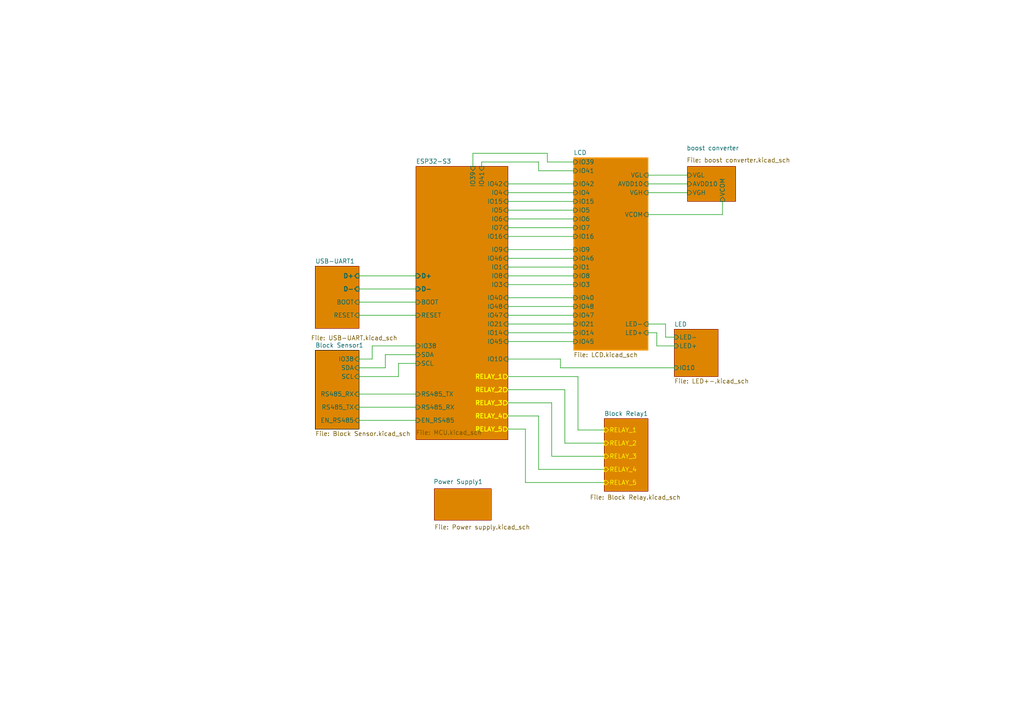
<source format=kicad_sch>
(kicad_sch
	(version 20231120)
	(generator "eeschema")
	(generator_version "8.0")
	(uuid "23b593ea-c141-4a1e-84a3-dae13e1e82b7")
	(paper "A4")
	(lib_symbols)
	(wire
		(pts
			(xy 156.21 49.53) (xy 166.37 49.53)
		)
		(stroke
			(width 0)
			(type default)
		)
		(uuid "0c3c168f-cbac-4732-8a68-520d88bdd31e")
	)
	(wire
		(pts
			(xy 162.56 104.14) (xy 147.32 104.14)
		)
		(stroke
			(width 0)
			(type default)
		)
		(uuid "0fc33e29-0fbb-420c-805b-a6702a0a9299")
	)
	(wire
		(pts
			(xy 147.32 68.58) (xy 166.37 68.58)
		)
		(stroke
			(width 0)
			(type default)
		)
		(uuid "144130e9-7449-4149-9af2-e7d7a5c6f79b")
	)
	(wire
		(pts
			(xy 160.02 132.334) (xy 175.26 132.334)
		)
		(stroke
			(width 0)
			(type default)
		)
		(uuid "17877917-ad81-4526-83c7-f0edfcce54c6")
	)
	(wire
		(pts
			(xy 156.21 46.99) (xy 156.21 49.53)
		)
		(stroke
			(width 0)
			(type default)
		)
		(uuid "1c7cb73f-eac2-4e36-8b60-7ba5854dbab4")
	)
	(wire
		(pts
			(xy 104.14 114.3) (xy 120.65 114.3)
		)
		(stroke
			(width 0)
			(type default)
		)
		(uuid "1ed098b7-07c8-44b4-99d6-de96e7a04a81")
	)
	(wire
		(pts
			(xy 104.14 80.01) (xy 120.65 80.01)
		)
		(stroke
			(width 0)
			(type default)
		)
		(uuid "2241b04c-bd93-4741-adc6-91f91cfba8fd")
	)
	(wire
		(pts
			(xy 137.16 48.26) (xy 137.16 44.45)
		)
		(stroke
			(width 0)
			(type default)
		)
		(uuid "23e5bcf6-1cfc-4c03-a106-8f9fd112d69d")
	)
	(wire
		(pts
			(xy 147.32 93.98) (xy 166.37 93.98)
		)
		(stroke
			(width 0)
			(type default)
		)
		(uuid "2506cb12-3a38-47b2-a744-3803278164b9")
	)
	(wire
		(pts
			(xy 147.32 96.52) (xy 166.37 96.52)
		)
		(stroke
			(width 0)
			(type default)
		)
		(uuid "2acbb2b3-7b11-4e4e-95b4-3e6e59641f2e")
	)
	(wire
		(pts
			(xy 152.4 124.46) (xy 152.4 139.954)
		)
		(stroke
			(width 0)
			(type default)
		)
		(uuid "2d880a40-9dd7-4afc-874a-e346515d49fe")
	)
	(wire
		(pts
			(xy 147.32 86.36) (xy 166.37 86.36)
		)
		(stroke
			(width 0)
			(type default)
		)
		(uuid "2f0f5e1d-d2e6-403c-b151-bb6a2ba2c571")
	)
	(wire
		(pts
			(xy 147.32 109.22) (xy 167.64 109.22)
		)
		(stroke
			(width 0)
			(type default)
		)
		(uuid "2fe452b1-6181-44a9-a2f6-69fdd7947cc0")
	)
	(wire
		(pts
			(xy 156.21 136.144) (xy 175.26 136.144)
		)
		(stroke
			(width 0)
			(type default)
		)
		(uuid "35a6ce50-64ac-4080-80b3-9b481b1cd2ea")
	)
	(wire
		(pts
			(xy 147.32 124.46) (xy 152.4 124.46)
		)
		(stroke
			(width 0)
			(type default)
		)
		(uuid "35e8cf97-2423-4e77-bb82-65251167d8c0")
	)
	(wire
		(pts
			(xy 137.16 44.45) (xy 158.75 44.45)
		)
		(stroke
			(width 0)
			(type default)
		)
		(uuid "38bfe801-8732-4fca-a7c6-086b1e36bebb")
	)
	(wire
		(pts
			(xy 147.32 99.06) (xy 166.37 99.06)
		)
		(stroke
			(width 0)
			(type default)
		)
		(uuid "3b0d2dd3-405b-4f64-b0fd-394a8f90067e")
	)
	(wire
		(pts
			(xy 193.04 97.79) (xy 193.04 93.98)
		)
		(stroke
			(width 0)
			(type default)
		)
		(uuid "3e6aec20-1754-4f16-86d1-9a14a037c2ee")
	)
	(wire
		(pts
			(xy 195.58 106.68) (xy 162.56 106.68)
		)
		(stroke
			(width 0)
			(type default)
		)
		(uuid "402afa50-1932-4532-a022-91d3d60c1a76")
	)
	(wire
		(pts
			(xy 147.32 116.84) (xy 160.02 116.84)
		)
		(stroke
			(width 0)
			(type default)
		)
		(uuid "427c4dc0-e62b-439f-a3c5-db1b3d7e3ec9")
	)
	(wire
		(pts
			(xy 190.5 100.33) (xy 190.5 96.52)
		)
		(stroke
			(width 0)
			(type default)
		)
		(uuid "4e3bd9fe-312e-4a00-bb92-908e4c0b9d05")
	)
	(wire
		(pts
			(xy 147.32 66.04) (xy 166.37 66.04)
		)
		(stroke
			(width 0)
			(type default)
		)
		(uuid "5308a4b3-7e88-4a5a-9e53-23c463ad80f6")
	)
	(wire
		(pts
			(xy 147.32 58.42) (xy 166.37 58.42)
		)
		(stroke
			(width 0)
			(type default)
		)
		(uuid "5792b1e2-fc57-4238-97d6-40f5bb2d7e31")
	)
	(wire
		(pts
			(xy 111.76 106.68) (xy 111.76 102.87)
		)
		(stroke
			(width 0)
			(type default)
		)
		(uuid "5e8d8ad8-09e6-46b2-a52f-640532c2a1db")
	)
	(wire
		(pts
			(xy 167.64 109.22) (xy 167.64 124.714)
		)
		(stroke
			(width 0)
			(type default)
		)
		(uuid "68840b5a-bd63-4fb8-8171-ec0f0bdbe252")
	)
	(wire
		(pts
			(xy 147.32 88.9) (xy 166.37 88.9)
		)
		(stroke
			(width 0)
			(type default)
		)
		(uuid "69b801a1-e2f7-4a64-ae91-344ea5bdcf01")
	)
	(wire
		(pts
			(xy 190.5 96.52) (xy 187.96 96.52)
		)
		(stroke
			(width 0)
			(type default)
		)
		(uuid "6bd0d4d5-f6b4-47f0-b911-33da4d9535b2")
	)
	(wire
		(pts
			(xy 104.14 87.63) (xy 120.65 87.63)
		)
		(stroke
			(width 0)
			(type default)
		)
		(uuid "6caa9e50-e7f4-44b2-8bfe-8ee032e80220")
	)
	(wire
		(pts
			(xy 193.04 93.98) (xy 187.96 93.98)
		)
		(stroke
			(width 0)
			(type default)
		)
		(uuid "6cd6ca7e-a049-40f0-9872-0effde1a57fb")
	)
	(wire
		(pts
			(xy 147.32 60.96) (xy 166.37 60.96)
		)
		(stroke
			(width 0)
			(type default)
		)
		(uuid "703b8f7c-6803-4586-bfd2-d4a98e0f6328")
	)
	(wire
		(pts
			(xy 152.4 139.954) (xy 175.26 139.954)
		)
		(stroke
			(width 0)
			(type default)
		)
		(uuid "78c7dfc9-2d7a-4c1f-9a3b-1c5bf47c7a0b")
	)
	(wire
		(pts
			(xy 104.14 118.11) (xy 120.65 118.11)
		)
		(stroke
			(width 0)
			(type default)
		)
		(uuid "7980d69d-b6a4-47ed-9e7a-031c03f7c9ee")
	)
	(wire
		(pts
			(xy 147.32 113.03) (xy 163.83 113.03)
		)
		(stroke
			(width 0)
			(type default)
		)
		(uuid "7a55d4b5-82bf-403f-89e3-c65d035420a4")
	)
	(wire
		(pts
			(xy 147.32 74.93) (xy 166.37 74.93)
		)
		(stroke
			(width 0)
			(type default)
		)
		(uuid "7b6a2f97-16b3-462e-a312-227b97b57aa4")
	)
	(wire
		(pts
			(xy 107.95 104.14) (xy 107.95 100.33)
		)
		(stroke
			(width 0)
			(type default)
		)
		(uuid "81846f48-4d1d-46ce-beed-f9c5d799de2c")
	)
	(wire
		(pts
			(xy 187.96 53.34) (xy 199.39 53.34)
		)
		(stroke
			(width 0)
			(type default)
		)
		(uuid "833ec54b-4a1b-467c-b74a-1b6025884e65")
	)
	(wire
		(pts
			(xy 147.32 77.47) (xy 166.37 77.47)
		)
		(stroke
			(width 0)
			(type default)
		)
		(uuid "8537a2fe-e167-464c-b7ca-29969fa35666")
	)
	(wire
		(pts
			(xy 111.76 102.87) (xy 120.65 102.87)
		)
		(stroke
			(width 0)
			(type default)
		)
		(uuid "890f6ae8-26f4-4da0-9fe4-92e7c814955a")
	)
	(wire
		(pts
			(xy 139.7 46.99) (xy 156.21 46.99)
		)
		(stroke
			(width 0)
			(type default)
		)
		(uuid "8a0c9e59-c440-4dc3-8647-653062d377d4")
	)
	(wire
		(pts
			(xy 104.14 121.92) (xy 120.65 121.92)
		)
		(stroke
			(width 0)
			(type default)
		)
		(uuid "8ea8214e-d375-4288-88ff-1e07c0c10892")
	)
	(wire
		(pts
			(xy 107.95 100.33) (xy 120.65 100.33)
		)
		(stroke
			(width 0)
			(type default)
		)
		(uuid "91471302-cb69-4b4c-b888-a53b06b9228d")
	)
	(wire
		(pts
			(xy 147.32 80.01) (xy 166.37 80.01)
		)
		(stroke
			(width 0)
			(type default)
		)
		(uuid "96dcaf15-e2c9-42a3-9b64-51558d6e4157")
	)
	(wire
		(pts
			(xy 190.5 100.33) (xy 195.58 100.33)
		)
		(stroke
			(width 0)
			(type default)
		)
		(uuid "9935572c-d012-4574-9237-836186ec8eb0")
	)
	(wire
		(pts
			(xy 104.14 83.82) (xy 120.65 83.82)
		)
		(stroke
			(width 0)
			(type default)
		)
		(uuid "9a832adc-a020-40b8-b67f-2343f373cf44")
	)
	(wire
		(pts
			(xy 147.32 72.39) (xy 166.37 72.39)
		)
		(stroke
			(width 0)
			(type default)
		)
		(uuid "a373a5e9-1dec-4d79-8e0f-31d6fa9c217c")
	)
	(wire
		(pts
			(xy 160.02 116.84) (xy 160.02 132.334)
		)
		(stroke
			(width 0)
			(type default)
		)
		(uuid "a3c91d7c-519a-4212-bde9-a023be5ad325")
	)
	(wire
		(pts
			(xy 193.04 97.79) (xy 195.58 97.79)
		)
		(stroke
			(width 0)
			(type default)
		)
		(uuid "a4e1f1ff-e335-4d98-890a-3a193b3251db")
	)
	(wire
		(pts
			(xy 209.55 58.42) (xy 209.55 62.23)
		)
		(stroke
			(width 0)
			(type default)
		)
		(uuid "a88d9f9c-9e09-4921-b1b8-d9a113bf3553")
	)
	(wire
		(pts
			(xy 167.64 124.714) (xy 175.26 124.714)
		)
		(stroke
			(width 0)
			(type default)
		)
		(uuid "acc3f08f-1522-4a29-a63d-7fbcdd50f424")
	)
	(wire
		(pts
			(xy 104.14 91.44) (xy 120.65 91.44)
		)
		(stroke
			(width 0)
			(type default)
		)
		(uuid "acf0786d-92e2-4cf3-8cc7-c8c5ad508dad")
	)
	(wire
		(pts
			(xy 147.32 53.34) (xy 166.37 53.34)
		)
		(stroke
			(width 0)
			(type default)
		)
		(uuid "b39e3a8b-2b3f-4669-91c0-ba7e0511b8bc")
	)
	(wire
		(pts
			(xy 163.83 113.03) (xy 163.83 128.524)
		)
		(stroke
			(width 0)
			(type default)
		)
		(uuid "b4883397-ea07-48e7-833d-fa905f26e2dd")
	)
	(wire
		(pts
			(xy 147.32 63.5) (xy 166.37 63.5)
		)
		(stroke
			(width 0)
			(type default)
		)
		(uuid "b700288b-8fad-4118-9c99-a7b1acf0c085")
	)
	(wire
		(pts
			(xy 147.32 55.88) (xy 166.37 55.88)
		)
		(stroke
			(width 0)
			(type default)
		)
		(uuid "b75c124c-b8c4-4ca9-8823-5c91ce175fbc")
	)
	(wire
		(pts
			(xy 115.57 109.22) (xy 115.57 105.41)
		)
		(stroke
			(width 0)
			(type default)
		)
		(uuid "b8c34db1-e9c6-49f5-b6ba-b8d74fccb27f")
	)
	(wire
		(pts
			(xy 115.57 105.41) (xy 120.65 105.41)
		)
		(stroke
			(width 0)
			(type default)
		)
		(uuid "ba9eb73e-29dc-44ef-a7be-2d8497fbb2b8")
	)
	(wire
		(pts
			(xy 139.7 46.99) (xy 139.7 48.26)
		)
		(stroke
			(width 0)
			(type default)
		)
		(uuid "bdf14d0a-1ee5-4c9f-9968-77eacb450b03")
	)
	(wire
		(pts
			(xy 187.96 50.8) (xy 199.39 50.8)
		)
		(stroke
			(width 0)
			(type default)
		)
		(uuid "c071a50a-acda-45dc-a42b-da606a85273c")
	)
	(wire
		(pts
			(xy 163.83 128.524) (xy 175.26 128.524)
		)
		(stroke
			(width 0)
			(type default)
		)
		(uuid "c6a3282d-7fd8-4c5d-b609-a8dfec89d0a8")
	)
	(wire
		(pts
			(xy 104.14 109.22) (xy 115.57 109.22)
		)
		(stroke
			(width 0)
			(type default)
		)
		(uuid "c74b036b-cba6-4a86-89e4-5f399d8f4134")
	)
	(wire
		(pts
			(xy 187.96 62.23) (xy 209.55 62.23)
		)
		(stroke
			(width 0)
			(type default)
		)
		(uuid "c97b9c81-a11c-488b-967b-8fb5f9dca286")
	)
	(wire
		(pts
			(xy 147.32 91.44) (xy 166.37 91.44)
		)
		(stroke
			(width 0)
			(type default)
		)
		(uuid "cd440a01-470e-4bae-863c-911859900a3a")
	)
	(wire
		(pts
			(xy 147.32 82.55) (xy 166.37 82.55)
		)
		(stroke
			(width 0)
			(type default)
		)
		(uuid "cd455b79-36f4-4639-9953-3ffdb69609cf")
	)
	(wire
		(pts
			(xy 147.32 120.65) (xy 156.21 120.65)
		)
		(stroke
			(width 0)
			(type default)
		)
		(uuid "cd4ee89c-3d17-402b-a07b-7c1b0bc9950a")
	)
	(wire
		(pts
			(xy 158.75 46.99) (xy 166.37 46.99)
		)
		(stroke
			(width 0)
			(type default)
		)
		(uuid "d150c80c-0a8f-4525-84c4-41fcc8dcfea3")
	)
	(wire
		(pts
			(xy 104.14 106.68) (xy 111.76 106.68)
		)
		(stroke
			(width 0)
			(type default)
		)
		(uuid "d5d5d62e-42c8-4076-9061-c17c35d37830")
	)
	(wire
		(pts
			(xy 187.96 55.88) (xy 199.39 55.88)
		)
		(stroke
			(width 0)
			(type default)
		)
		(uuid "ea4cfc20-1a8f-4960-806c-e93ccefc9d9b")
	)
	(wire
		(pts
			(xy 104.14 104.14) (xy 107.95 104.14)
		)
		(stroke
			(width 0)
			(type default)
		)
		(uuid "ed273fd0-995c-441c-a579-ad441ba669df")
	)
	(wire
		(pts
			(xy 162.56 106.68) (xy 162.56 104.14)
		)
		(stroke
			(width 0)
			(type default)
		)
		(uuid "eda7e411-4f23-41ae-90c0-b234709b7c6a")
	)
	(wire
		(pts
			(xy 156.21 120.65) (xy 156.21 136.144)
		)
		(stroke
			(width 0)
			(type default)
		)
		(uuid "f1b702c0-90c2-4a6a-a9ac-a5fc49c365c2")
	)
	(wire
		(pts
			(xy 158.75 44.45) (xy 158.75 46.99)
		)
		(stroke
			(width 0)
			(type default)
		)
		(uuid "fb6ad3f0-be71-4a6a-a373-ff8e2e77c1d8")
	)
	(sheet
		(at 199.39 48.26)
		(size 13.97 10.16)
		(stroke
			(width 0.1524)
			(type solid)
		)
		(fill
			(color 221 133 0 1.0000)
		)
		(uuid "5c23272d-1016-4efb-92bd-c50aaeb62ba1")
		(property "Sheetname" "boost converter"
			(at 199.136 43.688 0)
			(effects
				(font
					(size 1.27 1.27)
				)
				(justify left bottom)
			)
		)
		(property "Sheetfile" "boost converter.kicad_sch"
			(at 199.136 45.72 0)
			(effects
				(font
					(size 1.27 1.27)
				)
				(justify left top)
			)
		)
		(pin "VGL" input
			(at 199.39 50.8 180)
			(effects
				(font
					(size 1.27 1.27)
				)
				(justify left)
			)
			(uuid "f1d9670f-30c0-41c1-8372-efe9358c522e")
		)
		(pin "VGH" input
			(at 199.39 55.88 180)
			(effects
				(font
					(size 1.27 1.27)
				)
				(justify left)
			)
			(uuid "34956cd7-28e4-428f-8fb6-d740b29c66e0")
		)
		(pin "VCOM" input
			(at 209.55 58.42 270)
			(effects
				(font
					(size 1.27 1.27)
				)
				(justify left)
			)
			(uuid "f82decdd-da34-490d-a91f-351f9d69cb04")
		)
		(pin "AVDD10" input
			(at 199.39 53.34 180)
			(effects
				(font
					(size 1.27 1.27)
				)
				(justify left)
			)
			(uuid "faaa5988-cd68-44b1-957c-27bfb595e18d")
		)
		(instances
			(project "HydroB V2"
				(path "/0a8bb8df-6bdd-4d10-933b-144d3fa4f517/b5cea501-254b-4c6a-af47-d8c013c279ab"
					(page "10")
				)
			)
		)
	)
	(sheet
		(at 91.44 77.216)
		(size 12.7 18.034)
		(stroke
			(width 0.1524)
			(type solid)
		)
		(fill
			(color 221 133 0 1.0000)
		)
		(uuid "768fe99b-0ade-4ebe-9148-804d23124789")
		(property "Sheetname" "USB-UART1"
			(at 91.44 76.5044 0)
			(effects
				(font
					(size 1.27 1.27)
				)
				(justify left bottom)
			)
		)
		(property "Sheetfile" "USB-UART.kicad_sch"
			(at 90.17 97.282 0)
			(effects
				(font
					(size 1.27 1.27)
				)
				(justify left top)
			)
		)
		(pin "D-" input
			(at 104.14 83.82 0)
			(effects
				(font
					(size 1.27 1.27)
					(thickness 0.254)
					(bold yes)
				)
				(justify right)
			)
			(uuid "cd5b07ea-c5b3-4b97-859b-6b3a2bddbfa8")
		)
		(pin "D+" input
			(at 104.14 80.01 0)
			(effects
				(font
					(size 1.27 1.27)
					(thickness 0.254)
					(bold yes)
				)
				(justify right)
			)
			(uuid "695d9fec-d2ee-4fb9-aafa-81a4e2d3655d")
		)
		(pin "RESET" input
			(at 104.14 91.44 0)
			(effects
				(font
					(size 1.27 1.27)
				)
				(justify right)
			)
			(uuid "8715ca03-9a04-459c-ad16-d4e9d2848716")
		)
		(pin "BOOT" input
			(at 104.14 87.63 0)
			(effects
				(font
					(size 1.27 1.27)
				)
				(justify right)
			)
			(uuid "6b9c0a4e-a1fc-411a-85db-558004639ca9")
		)
		(instances
			(project "HydroB V2"
				(path "/0a8bb8df-6bdd-4d10-933b-144d3fa4f517/b5cea501-254b-4c6a-af47-d8c013c279ab"
					(page "6")
				)
			)
		)
	)
	(sheet
		(at 91.44 101.6)
		(size 12.7 22.86)
		(fields_autoplaced yes)
		(stroke
			(width 0.1524)
			(type solid)
			(color 0 0 0 1)
		)
		(fill
			(color 221 133 0 1.0000)
		)
		(uuid "8f835ad3-c2cc-4f7e-9766-2e7525ceefc9")
		(property "Sheetname" "Block Sensor1"
			(at 91.44 100.8884 0)
			(effects
				(font
					(size 1.27 1.27)
				)
				(justify left bottom)
			)
		)
		(property "Sheetfile" "Block Sensor.kicad_sch"
			(at 91.44 125.0446 0)
			(effects
				(font
					(size 1.27 1.27)
				)
				(justify left top)
			)
		)
		(pin "RS485_RX" input
			(at 104.14 114.3 0)
			(effects
				(font
					(size 1.27 1.27)
				)
				(justify right)
			)
			(uuid "ae196fcf-8294-420c-8250-d7186bcaf164")
		)
		(pin "RS485_TX" input
			(at 104.14 118.11 0)
			(effects
				(font
					(size 1.27 1.27)
				)
				(justify right)
			)
			(uuid "f4015db4-6ee3-4416-89b3-98a227dfc565")
		)
		(pin "EN_RS485" input
			(at 104.14 121.92 0)
			(effects
				(font
					(size 1.27 1.27)
				)
				(justify right)
			)
			(uuid "6eb6b9aa-fd17-4c41-8f21-c00761bd5700")
		)
		(pin "SCL" input
			(at 104.14 109.22 0)
			(effects
				(font
					(size 1.27 1.27)
				)
				(justify right)
			)
			(uuid "d34c5533-f124-471e-8725-216b785bc944")
		)
		(pin "SDA" input
			(at 104.14 106.68 0)
			(effects
				(font
					(size 1.27 1.27)
				)
				(justify right)
			)
			(uuid "3bcbdf5c-6055-4c7e-b892-a26ddb92d29b")
		)
		(pin "IO38" input
			(at 104.14 104.14 0)
			(effects
				(font
					(size 1.27 1.27)
				)
				(justify right)
			)
			(uuid "75db14b7-7a07-412b-a6eb-baac770563d9")
		)
		(instances
			(project "HydroB V2"
				(path "/0a8bb8df-6bdd-4d10-933b-144d3fa4f517/b5cea501-254b-4c6a-af47-d8c013c279ab"
					(page "3")
				)
			)
		)
	)
	(sheet
		(at 195.58 95.504)
		(size 12.7 13.716)
		(fields_autoplaced yes)
		(stroke
			(width 0.1524)
			(type solid)
		)
		(fill
			(color 221 133 0 1.0000)
		)
		(uuid "bb033410-278f-4fbc-8d7b-43930f1630e7")
		(property "Sheetname" "LED"
			(at 195.58 94.7924 0)
			(effects
				(font
					(size 1.27 1.27)
				)
				(justify left bottom)
			)
		)
		(property "Sheetfile" "LED+-.kicad_sch"
			(at 195.58 109.8046 0)
			(effects
				(font
					(size 1.27 1.27)
				)
				(justify left top)
			)
		)
		(pin "LED+" input
			(at 195.58 100.33 180)
			(effects
				(font
					(size 1.27 1.27)
				)
				(justify left)
			)
			(uuid "97dccbb4-e2ed-4f2c-a1a9-1a07f98b98d6")
		)
		(pin "IO10" input
			(at 195.58 106.68 180)
			(effects
				(font
					(size 1.27 1.27)
				)
				(justify left)
			)
			(uuid "9c2c668f-906d-49eb-9ac7-243caa01ca98")
		)
		(pin "LED-" input
			(at 195.58 97.79 180)
			(effects
				(font
					(size 1.27 1.27)
				)
				(justify left)
			)
			(uuid "3cb933ee-0cbe-45ee-8040-565a2c8bed71")
		)
		(instances
			(project "HydroB V2"
				(path "/0a8bb8df-6bdd-4d10-933b-144d3fa4f517/b5cea501-254b-4c6a-af47-d8c013c279ab"
					(page "9")
				)
			)
		)
	)
	(sheet
		(at 175.26 121.412)
		(size 12.7 21.082)
		(stroke
			(width 0.1524)
			(type solid)
		)
		(fill
			(color 221 133 0 1.0000)
		)
		(uuid "bce2cdfd-751e-4af0-a2eb-f587a83428f4")
		(property "Sheetname" "Block Relay1"
			(at 175.26 120.7004 0)
			(effects
				(font
					(size 1.27 1.27)
				)
				(justify left bottom)
			)
		)
		(property "Sheetfile" "Block Relay.kicad_sch"
			(at 171.069 143.51 0)
			(effects
				(font
					(size 1.27 1.27)
				)
				(justify left top)
			)
		)
		(pin "RELAY_5" input
			(at 175.26 139.954 180)
			(effects
				(font
					(size 1.27 1.27)
					(color 255 255 0 1)
				)
				(justify left)
			)
			(uuid "cbefed75-8609-461d-997f-99cde797d4fa")
		)
		(pin "RELAY_4" input
			(at 175.26 136.144 180)
			(effects
				(font
					(size 1.27 1.27)
					(color 255 255 0 1)
				)
				(justify left)
			)
			(uuid "cb2739cf-e277-42a4-8f79-2f9c8546b8b7")
		)
		(pin "RELAY_3" input
			(at 175.26 132.334 180)
			(effects
				(font
					(size 1.27 1.27)
					(color 255 255 0 1)
				)
				(justify left)
			)
			(uuid "3e110557-d04e-4514-b2a3-713b9a8bc08e")
		)
		(pin "RELAY_2" input
			(at 175.26 128.524 180)
			(effects
				(font
					(size 1.27 1.27)
					(color 255 255 0 1)
				)
				(justify left)
			)
			(uuid "28fab704-1db6-4af2-a32c-a7dacc79653f")
		)
		(pin "RELAY_1" input
			(at 175.26 124.714 180)
			(effects
				(font
					(size 1.27 1.27)
					(color 255 255 0 1)
				)
				(justify left)
			)
			(uuid "a80a102d-ff8c-448d-b1bd-d6c72b624a5b")
		)
		(instances
			(project "HydroB V2"
				(path "/0a8bb8df-6bdd-4d10-933b-144d3fa4f517/b5cea501-254b-4c6a-af47-d8c013c279ab"
					(page "2")
				)
			)
		)
	)
	(sheet
		(at 166.37 45.72)
		(size 21.59 55.88)
		(fields_autoplaced yes)
		(stroke
			(width 0.1524)
			(type solid)
			(color 255 153 0 1)
		)
		(fill
			(color 221 133 0 1.0000)
		)
		(uuid "d1ed48d8-a424-4232-99f9-d06a312120d1")
		(property "Sheetname" "LCD"
			(at 166.37 45.0084 0)
			(effects
				(font
					(size 1.27 1.27)
				)
				(justify left bottom)
			)
		)
		(property "Sheetfile" "LCD.kicad_sch"
			(at 166.37 102.1846 0)
			(effects
				(font
					(size 1.27 1.27)
				)
				(justify left top)
			)
		)
		(pin "IO45" input
			(at 166.37 99.06 180)
			(effects
				(font
					(size 1.27 1.27)
				)
				(justify left)
			)
			(uuid "7bbca09b-90d7-452a-93d5-d7d9f1246d59")
		)
		(pin "IO14" input
			(at 166.37 96.52 180)
			(effects
				(font
					(size 1.27 1.27)
				)
				(justify left)
			)
			(uuid "daf2cd1c-0c1f-44a3-b17e-a73ca3309d81")
		)
		(pin "IO21" input
			(at 166.37 93.98 180)
			(effects
				(font
					(size 1.27 1.27)
				)
				(justify left)
			)
			(uuid "13da11bd-d802-4189-9a45-6f3e8c6b62d6")
		)
		(pin "IO47" input
			(at 166.37 91.44 180)
			(effects
				(font
					(size 1.27 1.27)
				)
				(justify left)
			)
			(uuid "5a9059bc-26f2-4659-beb7-d2e26e200d0e")
		)
		(pin "IO48" input
			(at 166.37 88.9 180)
			(effects
				(font
					(size 1.27 1.27)
				)
				(justify left)
			)
			(uuid "0c762e98-1e36-4637-b519-5512e50dc22f")
		)
		(pin "IO40" input
			(at 166.37 86.36 180)
			(effects
				(font
					(size 1.27 1.27)
				)
				(justify left)
			)
			(uuid "e51a10c0-0476-49b4-b5a8-5ae0d7b2dcb2")
		)
		(pin "LED+" input
			(at 187.96 96.52 0)
			(effects
				(font
					(size 1.27 1.27)
				)
				(justify right)
			)
			(uuid "0404f55b-38d5-4f04-b731-827f1ea21974")
		)
		(pin "VCOM" input
			(at 187.96 62.23 0)
			(effects
				(font
					(size 1.27 1.27)
				)
				(justify right)
			)
			(uuid "6ec150b4-962f-4d41-8040-3b8801b62ba6")
		)
		(pin "LED-" input
			(at 187.96 93.98 0)
			(effects
				(font
					(size 1.27 1.27)
				)
				(justify right)
			)
			(uuid "d7814fef-e5e8-49b5-920a-c4a6a1f8b5c6")
		)
		(pin "IO3" input
			(at 166.37 82.55 180)
			(effects
				(font
					(size 1.27 1.27)
				)
				(justify left)
			)
			(uuid "0a798b52-e72e-41a0-be5c-81c97f347d9d")
		)
		(pin "IO8" input
			(at 166.37 80.01 180)
			(effects
				(font
					(size 1.27 1.27)
				)
				(justify left)
			)
			(uuid "2bb9ed34-9eae-4680-a014-24bbf885c0fd")
		)
		(pin "IO1" input
			(at 166.37 77.47 180)
			(effects
				(font
					(size 1.27 1.27)
				)
				(justify left)
			)
			(uuid "09086678-e38f-48e4-b613-36989c7568b5")
		)
		(pin "IO46" input
			(at 166.37 74.93 180)
			(effects
				(font
					(size 1.27 1.27)
				)
				(justify left)
			)
			(uuid "978584ba-9682-4b71-be77-092b00f706cf")
		)
		(pin "IO9" input
			(at 166.37 72.39 180)
			(effects
				(font
					(size 1.27 1.27)
				)
				(justify left)
			)
			(uuid "1c0759b9-e7c3-429f-bfaf-84f7e1e4fd57")
		)
		(pin "IO16" input
			(at 166.37 68.58 180)
			(effects
				(font
					(size 1.27 1.27)
				)
				(justify left)
			)
			(uuid "45970206-edce-4533-81bb-ecd68e806a05")
		)
		(pin "IO7" input
			(at 166.37 66.04 180)
			(effects
				(font
					(size 1.27 1.27)
				)
				(justify left)
			)
			(uuid "03589ff0-dab0-433d-9725-ea2b6e554997")
		)
		(pin "IO6" input
			(at 166.37 63.5 180)
			(effects
				(font
					(size 1.27 1.27)
				)
				(justify left)
			)
			(uuid "2c69dfe3-ccfa-44ce-88e6-d6a18be7321b")
		)
		(pin "IO5" input
			(at 166.37 60.96 180)
			(effects
				(font
					(size 1.27 1.27)
				)
				(justify left)
			)
			(uuid "e953e64c-b73c-4b98-9ff6-adb524fbc293")
		)
		(pin "IO15" input
			(at 166.37 58.42 180)
			(effects
				(font
					(size 1.27 1.27)
				)
				(justify left)
			)
			(uuid "4378da1e-e160-4dcd-8924-df569f88513f")
		)
		(pin "IO4" input
			(at 166.37 55.88 180)
			(effects
				(font
					(size 1.27 1.27)
				)
				(justify left)
			)
			(uuid "8757be05-3ed5-4739-bcef-8eac53022480")
		)
		(pin "IO42" input
			(at 166.37 53.34 180)
			(effects
				(font
					(size 1.27 1.27)
				)
				(justify left)
			)
			(uuid "9ba5e88f-579c-4607-a58d-1fb24ac4ff50")
		)
		(pin "VGL" input
			(at 187.96 50.8 0)
			(effects
				(font
					(size 1.27 1.27)
				)
				(justify right)
			)
			(uuid "c2c186d8-7443-4c4f-875d-8a9c9c4f9135")
		)
		(pin "AVDD10" input
			(at 187.96 53.34 0)
			(effects
				(font
					(size 1.27 1.27)
				)
				(justify right)
			)
			(uuid "218b34ba-60a2-4a36-bed7-c525b258a56f")
		)
		(pin "VGH" input
			(at 187.96 55.88 0)
			(effects
				(font
					(size 1.27 1.27)
				)
				(justify right)
			)
			(uuid "29f85f77-a1b3-4110-af74-0e0d87eba8b1")
		)
		(pin "IO41" input
			(at 166.37 49.53 180)
			(effects
				(font
					(size 1.27 1.27)
				)
				(justify left)
			)
			(uuid "89a6a90c-ac70-4c8a-a44f-280b8d055309")
		)
		(pin "IO39" input
			(at 166.37 46.99 180)
			(effects
				(font
					(size 1.27 1.27)
				)
				(justify left)
			)
			(uuid "cd5f4418-a76e-41d6-baea-61a8846e75fa")
		)
		(instances
			(project "HydroB V2"
				(path "/0a8bb8df-6bdd-4d10-933b-144d3fa4f517/b5cea501-254b-4c6a-af47-d8c013c279ab"
					(page "8")
				)
			)
		)
	)
	(sheet
		(at 125.984 141.732)
		(size 16.51 9.144)
		(stroke
			(width 0.1524)
			(type solid)
		)
		(fill
			(color 221 133 0 1.0000)
		)
		(uuid "d50825f3-7645-4f22-8c9c-6a6002c3efba")
		(property "Sheetname" "Power Supply1"
			(at 125.73 140.462 0)
			(effects
				(font
					(size 1.27 1.27)
				)
				(justify left bottom)
			)
		)
		(property "Sheetfile" "Power supply.kicad_sch"
			(at 125.984 152.146 0)
			(effects
				(font
					(size 1.27 1.27)
				)
				(justify left top)
			)
		)
		(instances
			(project "HydroB V2"
				(path "/0a8bb8df-6bdd-4d10-933b-144d3fa4f517/b5cea501-254b-4c6a-af47-d8c013c279ab"
					(page "5")
				)
			)
		)
	)
	(sheet
		(at 120.65 48.26)
		(size 26.67 79.248)
		(stroke
			(width 0.1524)
			(type solid)
		)
		(fill
			(color 221 133 0 1.0000)
		)
		(uuid "ec9ee8ef-fc9d-4925-9304-49bf7b4d5612")
		(property "Sheetname" "ESP32-S3"
			(at 120.65 47.5484 0)
			(effects
				(font
					(size 1.27 1.27)
				)
				(justify left bottom)
			)
		)
		(property "Sheetfile" "MCU.kicad_sch"
			(at 120.65 124.714 0)
			(effects
				(font
					(size 1.27 1.27)
				)
				(justify left top)
			)
		)
		(pin "RELAY_5" output
			(at 147.32 124.46 0)
			(effects
				(font
					(size 1.27 1.27)
					(thickness 0.254)
					(bold yes)
					(color 255 255 0 1)
				)
				(justify right)
			)
			(uuid "340fc20e-c41f-41ad-931a-1587d369e54e")
		)
		(pin "RELAY_4" output
			(at 147.32 120.65 0)
			(effects
				(font
					(size 1.27 1.27)
					(thickness 0.254)
					(bold yes)
					(color 255 255 0 1)
				)
				(justify right)
			)
			(uuid "58bac143-1945-4e00-aabc-a38f867ec860")
		)
		(pin "RELAY_3" output
			(at 147.32 116.84 0)
			(effects
				(font
					(size 1.27 1.27)
					(bold yes)
					(color 255 255 0 1)
				)
				(justify right)
			)
			(uuid "dfeaa277-c948-488c-98cb-134c37affd20")
		)
		(pin "RELAY_1" output
			(at 147.32 109.22 0)
			(effects
				(font
					(size 1.27 1.27)
					(bold yes)
					(color 255 255 0 1)
				)
				(justify right)
			)
			(uuid "0f4d71ae-bcf0-418a-905c-f825355204d7")
		)
		(pin "RELAY_2" output
			(at 147.32 113.03 0)
			(effects
				(font
					(size 1.27 1.27)
					(bold yes)
					(color 255 255 0 1)
				)
				(justify right)
			)
			(uuid "ffcdd4fe-a27f-480b-9360-51e0d047e203")
		)
		(pin "D-" input
			(at 120.65 83.82 180)
			(effects
				(font
					(size 1.27 1.27)
					(thickness 0.254)
					(bold yes)
				)
				(justify left)
			)
			(uuid "3ab111cd-1571-4c3f-a3d8-ac6960360fb2")
		)
		(pin "D+" input
			(at 120.65 80.01 180)
			(effects
				(font
					(size 1.27 1.27)
					(thickness 0.254)
					(bold yes)
				)
				(justify left)
			)
			(uuid "f3d84938-49d9-41d9-827e-709aa674cc65")
		)
		(pin "BOOT" input
			(at 120.65 87.63 180)
			(effects
				(font
					(size 1.27 1.27)
				)
				(justify left)
			)
			(uuid "34ee332c-763e-48ab-a106-06fc1fbc4cb7")
		)
		(pin "RESET" input
			(at 120.65 91.44 180)
			(effects
				(font
					(size 1.27 1.27)
				)
				(justify left)
			)
			(uuid "87c23ec8-0c8f-4ef1-a63f-4e67e6e51c10")
		)
		(pin "RS485_RX" input
			(at 120.65 118.11 180)
			(effects
				(font
					(size 1.27 1.27)
				)
				(justify left)
			)
			(uuid "57d186be-7994-478e-b3cd-f39cb07a6170")
		)
		(pin "RS485_TX" input
			(at 120.65 114.3 180)
			(effects
				(font
					(size 1.27 1.27)
				)
				(justify left)
			)
			(uuid "166a6298-b313-49f3-9000-883dcf26bbd6")
		)
		(pin "EN_RS485" input
			(at 120.65 121.92 180)
			(effects
				(font
					(size 1.27 1.27)
				)
				(justify left)
			)
			(uuid "552edf02-2c18-40b0-95ff-d4e9b2749e8f")
		)
		(pin "IO48" input
			(at 147.32 88.9 0)
			(effects
				(font
					(size 1.27 1.27)
				)
				(justify right)
			)
			(uuid "be776eda-bfe2-4a48-924c-eede2b0fabee")
		)
		(pin "SCL" input
			(at 120.65 105.41 180)
			(effects
				(font
					(size 1.27 1.27)
				)
				(justify left)
			)
			(uuid "898ee4aa-c4a1-43d0-b8d4-54d06f838395")
		)
		(pin "SDA" input
			(at 120.65 102.87 180)
			(effects
				(font
					(size 1.27 1.27)
				)
				(justify left)
			)
			(uuid "9fe08009-f4a5-42c8-bfb2-a157c10208ab")
		)
		(pin "IO1" input
			(at 147.32 77.47 0)
			(effects
				(font
					(size 1.27 1.27)
				)
				(justify right)
			)
			(uuid "58c81f79-a931-452f-9104-f3d3a76575e4")
		)
		(pin "IO9" input
			(at 147.32 72.39 0)
			(effects
				(font
					(size 1.27 1.27)
				)
				(justify right)
			)
			(uuid "62a3e487-2326-4bcb-8af3-c44d24ea3471")
		)
		(pin "IO15" input
			(at 147.32 58.42 0)
			(effects
				(font
					(size 1.27 1.27)
				)
				(justify right)
			)
			(uuid "f351d6d5-d198-45a9-bed6-e2a9bc78e67a")
		)
		(pin "IO14" input
			(at 147.32 96.52 0)
			(effects
				(font
					(size 1.27 1.27)
				)
				(justify right)
			)
			(uuid "2081a8d5-65d4-4c52-aad5-b414367eaa1f")
		)
		(pin "IO8" input
			(at 147.32 80.01 0)
			(effects
				(font
					(size 1.27 1.27)
				)
				(justify right)
			)
			(uuid "7d1e30bb-0f45-4c1b-a616-998e981a5fc6")
		)
		(pin "IO7" input
			(at 147.32 66.04 0)
			(effects
				(font
					(size 1.27 1.27)
				)
				(justify right)
			)
			(uuid "4db83622-4807-4c60-b0c1-863a92eb7b4e")
		)
		(pin "IO6" input
			(at 147.32 63.5 0)
			(effects
				(font
					(size 1.27 1.27)
				)
				(justify right)
			)
			(uuid "d51950aa-95c7-4225-8b00-4d595b12c519")
		)
		(pin "IO4" input
			(at 147.32 55.88 0)
			(effects
				(font
					(size 1.27 1.27)
				)
				(justify right)
			)
			(uuid "affe0098-e7c6-430e-9c7b-d7a189138a68")
		)
		(pin "IO3" input
			(at 147.32 82.55 0)
			(effects
				(font
					(size 1.27 1.27)
				)
				(justify right)
			)
			(uuid "3f71782e-8c93-4f98-9e95-af85248cfba1")
		)
		(pin "IO5" input
			(at 147.32 60.96 0)
			(effects
				(font
					(size 1.27 1.27)
				)
				(justify right)
			)
			(uuid "7569f929-9ea7-4b1f-8d2d-320742e2585b")
		)
		(pin "IO42" input
			(at 147.32 53.34 0)
			(effects
				(font
					(size 1.27 1.27)
				)
				(justify right)
			)
			(uuid "428c7e91-c68f-46d2-af4b-a903c32c1bb2")
		)
		(pin "IO45" input
			(at 147.32 99.06 0)
			(effects
				(font
					(size 1.27 1.27)
				)
				(justify right)
			)
			(uuid "7e8672e8-4f27-4ee8-b76a-27c2225d166e")
		)
		(pin "IO21" input
			(at 147.32 93.98 0)
			(effects
				(font
					(size 1.27 1.27)
				)
				(justify right)
			)
			(uuid "3bf880f4-5078-4da2-851e-c2c461a58f5c")
		)
		(pin "IO39" input
			(at 137.16 48.26 90)
			(effects
				(font
					(size 1.27 1.27)
				)
				(justify right)
			)
			(uuid "220cd349-bd2d-4a1e-9d5d-fcae724cda67")
		)
		(pin "IO10" input
			(at 147.32 104.14 0)
			(effects
				(font
					(size 1.27 1.27)
				)
				(justify right)
			)
			(uuid "4491e7c0-93a5-4fe7-9c72-8305cd9e1fcb")
		)
		(pin "IO47" input
			(at 147.32 91.44 0)
			(effects
				(font
					(size 1.27 1.27)
				)
				(justify right)
			)
			(uuid "e4d013ad-f2ee-4532-ab5b-e00f21b1c485")
		)
		(pin "IO16" input
			(at 147.32 68.58 0)
			(effects
				(font
					(size 1.27 1.27)
				)
				(justify right)
			)
			(uuid "0210fe54-bf67-4d0b-b944-ba1107a56484")
		)
		(pin "IO40" input
			(at 147.32 86.36 0)
			(effects
				(font
					(size 1.27 1.27)
				)
				(justify right)
			)
			(uuid "bda9aecb-7b31-410d-bea4-9b9a5dfaeb91")
		)
		(pin "IO46" input
			(at 147.32 74.93 0)
			(effects
				(font
					(size 1.27 1.27)
				)
				(justify right)
			)
			(uuid "6768a719-d0bd-4d77-b75c-635a131f83df")
		)
		(pin "IO41" input
			(at 139.7 48.26 90)
			(effects
				(font
					(size 1.27 1.27)
				)
				(justify right)
			)
			(uuid "3aea61fe-ec58-44d3-8cb7-2a974f3caf18")
		)
		(pin "IO38" input
			(at 120.65 100.33 180)
			(effects
				(font
					(size 1.27 1.27)
				)
				(justify left)
			)
			(uuid "e11d38d1-fdf4-4fa2-970f-9319768d128f")
		)
		(instances
			(project "HydroB V2"
				(path "/0a8bb8df-6bdd-4d10-933b-144d3fa4f517/b5cea501-254b-4c6a-af47-d8c013c279ab"
					(page "4")
				)
			)
		)
	)
)
</source>
